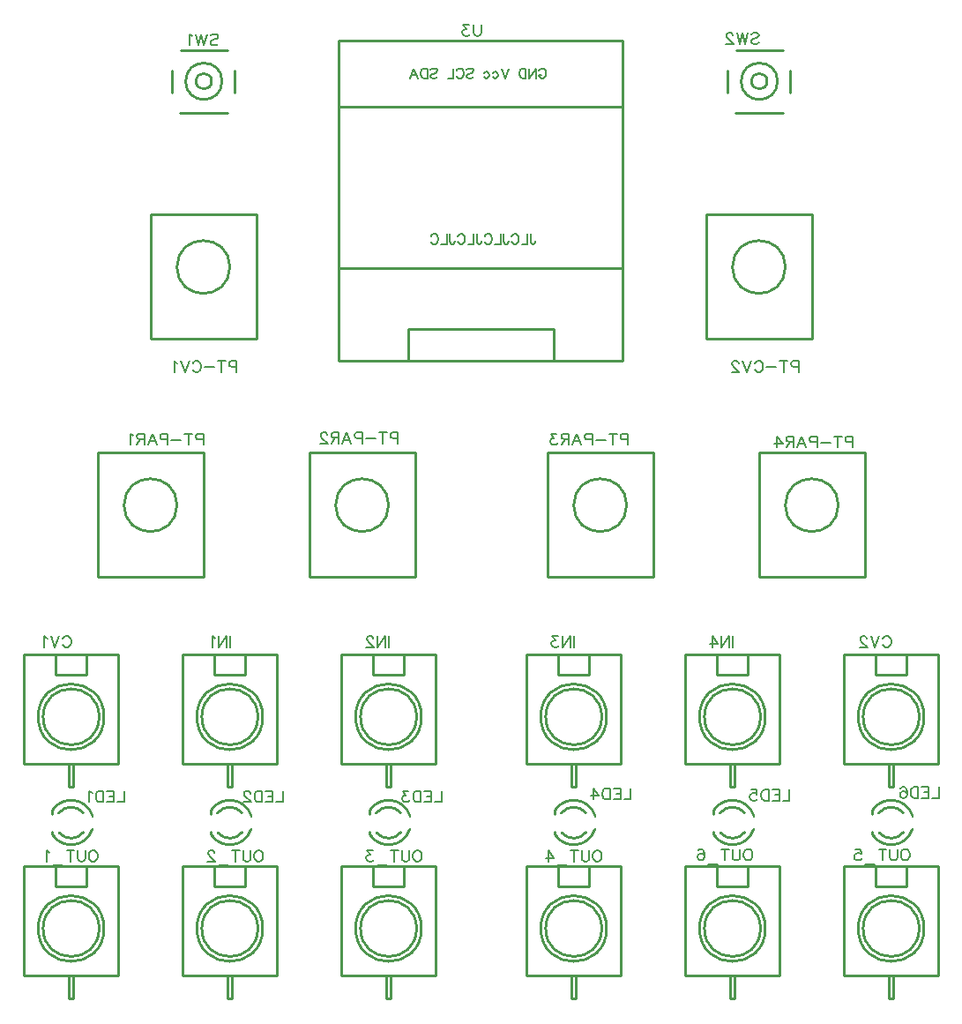
<source format=gbo>
G04 Layer: BottomSilkscreenLayer*
G04 EasyEDA v6.5.14, 2022-08-24 14:40:41*
G04 9da48f2711ed4ad3adc4a7d986b87d78,bf633cf64d8a430dba0ab8f24d4e683d,10*
G04 Gerber Generator version 0.2*
G04 Scale: 100 percent, Rotated: No, Reflected: No *
G04 Dimensions in millimeters *
G04 leading zeros omitted , absolute positions ,4 integer and 5 decimal *
%FSLAX45Y45*%
%MOMM*%

%ADD10C,0.1800*%
%ADD11C,0.1524*%
%ADD12C,0.2032*%
%ADD13C,0.2540*%

%LPD*%
D10*
X4920228Y-2477157D02*
G01*
X4920228Y-2549801D01*
X4924800Y-2563517D01*
X4929372Y-2568089D01*
X4938516Y-2572661D01*
X4947406Y-2572661D01*
X4956550Y-2568089D01*
X4961122Y-2563517D01*
X4965694Y-2549801D01*
X4965694Y-2540911D01*
X4890256Y-2477157D02*
G01*
X4890256Y-2572661D01*
X4890256Y-2572661D02*
G01*
X4835646Y-2572661D01*
X4737602Y-2500017D02*
G01*
X4742174Y-2490873D01*
X4751064Y-2481729D01*
X4760208Y-2477157D01*
X4778496Y-2477157D01*
X4787640Y-2481729D01*
X4796530Y-2490873D01*
X4801102Y-2500017D01*
X4805674Y-2513479D01*
X4805674Y-2536339D01*
X4801102Y-2549801D01*
X4796530Y-2558945D01*
X4787640Y-2568089D01*
X4778496Y-2572661D01*
X4760208Y-2572661D01*
X4751064Y-2568089D01*
X4742174Y-2558945D01*
X4737602Y-2549801D01*
X4662164Y-2477157D02*
G01*
X4662164Y-2549801D01*
X4666736Y-2563517D01*
X4671054Y-2568089D01*
X4680198Y-2572661D01*
X4689342Y-2572661D01*
X4698486Y-2568089D01*
X4703058Y-2563517D01*
X4707630Y-2549801D01*
X4707630Y-2540911D01*
X4632192Y-2477157D02*
G01*
X4632192Y-2572661D01*
X4632192Y-2572661D02*
G01*
X4577582Y-2572661D01*
X4479284Y-2500017D02*
G01*
X4483856Y-2490873D01*
X4493000Y-2481729D01*
X4502144Y-2477157D01*
X4520178Y-2477157D01*
X4529322Y-2481729D01*
X4538466Y-2490873D01*
X4543038Y-2500017D01*
X4547610Y-2513479D01*
X4547610Y-2536339D01*
X4543038Y-2549801D01*
X4538466Y-2558945D01*
X4529322Y-2568089D01*
X4520178Y-2572661D01*
X4502144Y-2572661D01*
X4493000Y-2568089D01*
X4483856Y-2558945D01*
X4479284Y-2549801D01*
X4403846Y-2477157D02*
G01*
X4403846Y-2549801D01*
X4408418Y-2563517D01*
X4412990Y-2568089D01*
X4422134Y-2572661D01*
X4431278Y-2572661D01*
X4440168Y-2568089D01*
X4444740Y-2563517D01*
X4449312Y-2549801D01*
X4449312Y-2540911D01*
X4373874Y-2477157D02*
G01*
X4373874Y-2572661D01*
X4373874Y-2572661D02*
G01*
X4319264Y-2572661D01*
X4221220Y-2500017D02*
G01*
X4225792Y-2490873D01*
X4234682Y-2481729D01*
X4243826Y-2477157D01*
X4262114Y-2477157D01*
X4271258Y-2481729D01*
X4280148Y-2490873D01*
X4284720Y-2500017D01*
X4289292Y-2513479D01*
X4289292Y-2536339D01*
X4284720Y-2549801D01*
X4280148Y-2558945D01*
X4271258Y-2568089D01*
X4262114Y-2572661D01*
X4243826Y-2572661D01*
X4234682Y-2568089D01*
X4225792Y-2558945D01*
X4221220Y-2549801D01*
X4145782Y-2477157D02*
G01*
X4145782Y-2549801D01*
X4150354Y-2563517D01*
X4154672Y-2568089D01*
X4163816Y-2572661D01*
X4172960Y-2572661D01*
X4182104Y-2568089D01*
X4186676Y-2563517D01*
X4191248Y-2549801D01*
X4191248Y-2540911D01*
X4115810Y-2477157D02*
G01*
X4115810Y-2572661D01*
X4115810Y-2572661D02*
G01*
X4061200Y-2572661D01*
X3962902Y-2500017D02*
G01*
X3967474Y-2490873D01*
X3976618Y-2481729D01*
X3985762Y-2477157D01*
X4003796Y-2477157D01*
X4012940Y-2481729D01*
X4022084Y-2490873D01*
X4026656Y-2500017D01*
X4031228Y-2513479D01*
X4031228Y-2536339D01*
X4026656Y-2549801D01*
X4022084Y-2558945D01*
X4012940Y-2568089D01*
X4003796Y-2572661D01*
X3985762Y-2572661D01*
X3976618Y-2568089D01*
X3967474Y-2558945D01*
X3962902Y-2549801D01*
D11*
X730757Y-8393684D02*
G01*
X741171Y-8398763D01*
X751586Y-8409178D01*
X756920Y-8419592D01*
X762000Y-8435339D01*
X762000Y-8461247D01*
X756920Y-8476742D01*
X751586Y-8487155D01*
X741171Y-8497570D01*
X730757Y-8502650D01*
X709929Y-8502650D01*
X699770Y-8497570D01*
X689355Y-8487155D01*
X684021Y-8476742D01*
X678942Y-8461247D01*
X678942Y-8435339D01*
X684021Y-8419592D01*
X689355Y-8409178D01*
X699770Y-8398763D01*
X709929Y-8393684D01*
X730757Y-8393684D01*
X644652Y-8393684D02*
G01*
X644652Y-8471662D01*
X639318Y-8487155D01*
X628904Y-8497570D01*
X613410Y-8502650D01*
X602995Y-8502650D01*
X587502Y-8497570D01*
X577087Y-8487155D01*
X571754Y-8471662D01*
X571754Y-8393684D01*
X501142Y-8393684D02*
G01*
X501142Y-8502650D01*
X537463Y-8393684D02*
G01*
X464820Y-8393684D01*
X430529Y-8539226D02*
G01*
X337057Y-8539226D01*
X302768Y-8414512D02*
G01*
X292354Y-8409178D01*
X276860Y-8393684D01*
X276860Y-8502650D01*
X2318258Y-8393684D02*
G01*
X2328672Y-8398763D01*
X2339086Y-8409178D01*
X2344420Y-8419592D01*
X2349500Y-8435339D01*
X2349500Y-8461247D01*
X2344420Y-8476742D01*
X2339086Y-8487155D01*
X2328672Y-8497570D01*
X2318258Y-8502650D01*
X2297429Y-8502650D01*
X2287270Y-8497570D01*
X2276856Y-8487155D01*
X2271522Y-8476742D01*
X2266441Y-8461247D01*
X2266441Y-8435339D01*
X2271522Y-8419592D01*
X2276856Y-8409178D01*
X2287270Y-8398763D01*
X2297429Y-8393684D01*
X2318258Y-8393684D01*
X2232152Y-8393684D02*
G01*
X2232152Y-8471662D01*
X2226818Y-8487155D01*
X2216404Y-8497570D01*
X2200909Y-8502650D01*
X2190495Y-8502650D01*
X2175002Y-8497570D01*
X2164588Y-8487155D01*
X2159254Y-8471662D01*
X2159254Y-8393684D01*
X2088641Y-8393684D02*
G01*
X2088641Y-8502650D01*
X2124963Y-8393684D02*
G01*
X2052320Y-8393684D01*
X2018029Y-8539226D02*
G01*
X1924557Y-8539226D01*
X1884934Y-8419592D02*
G01*
X1884934Y-8414512D01*
X1879854Y-8404097D01*
X1874520Y-8398763D01*
X1864360Y-8393684D01*
X1843531Y-8393684D01*
X1833118Y-8398763D01*
X1827784Y-8404097D01*
X1822704Y-8414512D01*
X1822704Y-8424926D01*
X1827784Y-8435339D01*
X1838197Y-8450834D01*
X1890268Y-8502650D01*
X1817370Y-8502650D01*
X3842258Y-8393684D02*
G01*
X3852672Y-8398763D01*
X3863086Y-8409178D01*
X3868420Y-8419592D01*
X3873500Y-8435339D01*
X3873500Y-8461247D01*
X3868420Y-8476742D01*
X3863086Y-8487155D01*
X3852672Y-8497570D01*
X3842258Y-8502650D01*
X3821429Y-8502650D01*
X3811270Y-8497570D01*
X3800856Y-8487155D01*
X3795522Y-8476742D01*
X3790441Y-8461247D01*
X3790441Y-8435339D01*
X3795522Y-8419592D01*
X3800856Y-8409178D01*
X3811270Y-8398763D01*
X3821429Y-8393684D01*
X3842258Y-8393684D01*
X3756152Y-8393684D02*
G01*
X3756152Y-8471662D01*
X3750818Y-8487155D01*
X3740404Y-8497570D01*
X3724909Y-8502650D01*
X3714495Y-8502650D01*
X3699002Y-8497570D01*
X3688588Y-8487155D01*
X3683254Y-8471662D01*
X3683254Y-8393684D01*
X3612641Y-8393684D02*
G01*
X3612641Y-8502650D01*
X3648963Y-8393684D02*
G01*
X3576320Y-8393684D01*
X3542029Y-8539226D02*
G01*
X3448558Y-8539226D01*
X3403854Y-8393684D02*
G01*
X3346704Y-8393684D01*
X3377945Y-8435339D01*
X3362197Y-8435339D01*
X3351784Y-8440420D01*
X3346704Y-8445500D01*
X3341370Y-8461247D01*
X3341370Y-8471662D01*
X3346704Y-8487155D01*
X3357118Y-8497570D01*
X3372611Y-8502650D01*
X3388359Y-8502650D01*
X3403854Y-8497570D01*
X3408934Y-8492489D01*
X3414268Y-8482076D01*
X5569458Y-8393684D02*
G01*
X5579872Y-8398763D01*
X5590286Y-8409178D01*
X5595620Y-8419592D01*
X5600700Y-8435339D01*
X5600700Y-8461247D01*
X5595620Y-8476742D01*
X5590286Y-8487155D01*
X5579872Y-8497570D01*
X5569458Y-8502650D01*
X5548629Y-8502650D01*
X5538470Y-8497570D01*
X5528056Y-8487155D01*
X5522722Y-8476742D01*
X5517641Y-8461247D01*
X5517641Y-8435339D01*
X5522722Y-8419592D01*
X5528056Y-8409178D01*
X5538470Y-8398763D01*
X5548629Y-8393684D01*
X5569458Y-8393684D01*
X5483352Y-8393684D02*
G01*
X5483352Y-8471662D01*
X5478018Y-8487155D01*
X5467604Y-8497570D01*
X5452109Y-8502650D01*
X5441695Y-8502650D01*
X5426202Y-8497570D01*
X5415788Y-8487155D01*
X5410454Y-8471662D01*
X5410454Y-8393684D01*
X5339841Y-8393684D02*
G01*
X5339841Y-8502650D01*
X5376163Y-8393684D02*
G01*
X5303520Y-8393684D01*
X5269229Y-8539226D02*
G01*
X5175758Y-8539226D01*
X5089397Y-8393684D02*
G01*
X5141468Y-8466328D01*
X5063490Y-8466328D01*
X5089397Y-8393684D02*
G01*
X5089397Y-8502650D01*
X1016000Y-7822184D02*
G01*
X1016000Y-7931150D01*
X1016000Y-7931150D02*
G01*
X953770Y-7931150D01*
X919479Y-7822184D02*
G01*
X919479Y-7931150D01*
X919479Y-7822184D02*
G01*
X851915Y-7822184D01*
X919479Y-7874000D02*
G01*
X877823Y-7874000D01*
X919479Y-7931150D02*
G01*
X851915Y-7931150D01*
X817626Y-7822184D02*
G01*
X817626Y-7931150D01*
X817626Y-7822184D02*
G01*
X781050Y-7822184D01*
X765555Y-7827263D01*
X755142Y-7837678D01*
X750062Y-7848092D01*
X744728Y-7863839D01*
X744728Y-7889747D01*
X750062Y-7905242D01*
X755142Y-7915655D01*
X765555Y-7926070D01*
X781050Y-7931150D01*
X817626Y-7931150D01*
X710437Y-7843012D02*
G01*
X700023Y-7837678D01*
X684529Y-7822184D01*
X684529Y-7931150D01*
X2540000Y-7822184D02*
G01*
X2540000Y-7931150D01*
X2540000Y-7931150D02*
G01*
X2477770Y-7931150D01*
X2443479Y-7822184D02*
G01*
X2443479Y-7931150D01*
X2443479Y-7822184D02*
G01*
X2375915Y-7822184D01*
X2443479Y-7874000D02*
G01*
X2401824Y-7874000D01*
X2443479Y-7931150D02*
G01*
X2375915Y-7931150D01*
X2341625Y-7822184D02*
G01*
X2341625Y-7931150D01*
X2341625Y-7822184D02*
G01*
X2305050Y-7822184D01*
X2289556Y-7827263D01*
X2279141Y-7837678D01*
X2274061Y-7848092D01*
X2268727Y-7863839D01*
X2268727Y-7889747D01*
X2274061Y-7905242D01*
X2279141Y-7915655D01*
X2289556Y-7926070D01*
X2305050Y-7931150D01*
X2341625Y-7931150D01*
X2229358Y-7848092D02*
G01*
X2229358Y-7843012D01*
X2224024Y-7832597D01*
X2218943Y-7827263D01*
X2208529Y-7822184D01*
X2187702Y-7822184D01*
X2177288Y-7827263D01*
X2172208Y-7832597D01*
X2166874Y-7843012D01*
X2166874Y-7853426D01*
X2172208Y-7863839D01*
X2182622Y-7879334D01*
X2234438Y-7931150D01*
X2161793Y-7931150D01*
X4064000Y-7822184D02*
G01*
X4064000Y-7931150D01*
X4064000Y-7931150D02*
G01*
X4001770Y-7931150D01*
X3967479Y-7822184D02*
G01*
X3967479Y-7931150D01*
X3967479Y-7822184D02*
G01*
X3899915Y-7822184D01*
X3967479Y-7874000D02*
G01*
X3925824Y-7874000D01*
X3967479Y-7931150D02*
G01*
X3899915Y-7931150D01*
X3865625Y-7822184D02*
G01*
X3865625Y-7931150D01*
X3865625Y-7822184D02*
G01*
X3829050Y-7822184D01*
X3813556Y-7827263D01*
X3803141Y-7837678D01*
X3798061Y-7848092D01*
X3792727Y-7863839D01*
X3792727Y-7889747D01*
X3798061Y-7905242D01*
X3803141Y-7915655D01*
X3813556Y-7926070D01*
X3829050Y-7931150D01*
X3865625Y-7931150D01*
X3748024Y-7822184D02*
G01*
X3690874Y-7822184D01*
X3722115Y-7863839D01*
X3706622Y-7863839D01*
X3696208Y-7868920D01*
X3690874Y-7874000D01*
X3685793Y-7889747D01*
X3685793Y-7900162D01*
X3690874Y-7915655D01*
X3701288Y-7926070D01*
X3717036Y-7931150D01*
X3732529Y-7931150D01*
X3748024Y-7926070D01*
X3753358Y-7920989D01*
X3758438Y-7910576D01*
X5880100Y-7796784D02*
G01*
X5880100Y-7905750D01*
X5880100Y-7905750D02*
G01*
X5817870Y-7905750D01*
X5783579Y-7796784D02*
G01*
X5783579Y-7905750D01*
X5783579Y-7796784D02*
G01*
X5716015Y-7796784D01*
X5783579Y-7848600D02*
G01*
X5741924Y-7848600D01*
X5783579Y-7905750D02*
G01*
X5716015Y-7905750D01*
X5681725Y-7796784D02*
G01*
X5681725Y-7905750D01*
X5681725Y-7796784D02*
G01*
X5645150Y-7796784D01*
X5629656Y-7801863D01*
X5619241Y-7812278D01*
X5614161Y-7822692D01*
X5608827Y-7838439D01*
X5608827Y-7864347D01*
X5614161Y-7879842D01*
X5619241Y-7890255D01*
X5629656Y-7900670D01*
X5645150Y-7905750D01*
X5681725Y-7905750D01*
X5522722Y-7796784D02*
G01*
X5574538Y-7869428D01*
X5496559Y-7869428D01*
X5522722Y-7796784D02*
G01*
X5522722Y-7905750D01*
X7404100Y-7809484D02*
G01*
X7404100Y-7918450D01*
X7404100Y-7918450D02*
G01*
X7341870Y-7918450D01*
X7307579Y-7809484D02*
G01*
X7307579Y-7918450D01*
X7307579Y-7809484D02*
G01*
X7240015Y-7809484D01*
X7307579Y-7861300D02*
G01*
X7265924Y-7861300D01*
X7307579Y-7918450D02*
G01*
X7240015Y-7918450D01*
X7205725Y-7809484D02*
G01*
X7205725Y-7918450D01*
X7205725Y-7809484D02*
G01*
X7169150Y-7809484D01*
X7153656Y-7814563D01*
X7143241Y-7824978D01*
X7138161Y-7835392D01*
X7132827Y-7851139D01*
X7132827Y-7877047D01*
X7138161Y-7892542D01*
X7143241Y-7902955D01*
X7153656Y-7913370D01*
X7169150Y-7918450D01*
X7205725Y-7918450D01*
X7036308Y-7809484D02*
G01*
X7088124Y-7809484D01*
X7093458Y-7856220D01*
X7088124Y-7851139D01*
X7072629Y-7845805D01*
X7057136Y-7845805D01*
X7041388Y-7851139D01*
X7030974Y-7861300D01*
X7025893Y-7877047D01*
X7025893Y-7887462D01*
X7030974Y-7902955D01*
X7041388Y-7913370D01*
X7057136Y-7918450D01*
X7072629Y-7918450D01*
X7088124Y-7913370D01*
X7093458Y-7908289D01*
X7098538Y-7897876D01*
X8839200Y-7784084D02*
G01*
X8839200Y-7893050D01*
X8839200Y-7893050D02*
G01*
X8776970Y-7893050D01*
X8742679Y-7784084D02*
G01*
X8742679Y-7893050D01*
X8742679Y-7784084D02*
G01*
X8675115Y-7784084D01*
X8742679Y-7835900D02*
G01*
X8701024Y-7835900D01*
X8742679Y-7893050D02*
G01*
X8675115Y-7893050D01*
X8640825Y-7784084D02*
G01*
X8640825Y-7893050D01*
X8640825Y-7784084D02*
G01*
X8604250Y-7784084D01*
X8588756Y-7789163D01*
X8578341Y-7799578D01*
X8573261Y-7809992D01*
X8567927Y-7825739D01*
X8567927Y-7851647D01*
X8573261Y-7867142D01*
X8578341Y-7877555D01*
X8588756Y-7887970D01*
X8604250Y-7893050D01*
X8640825Y-7893050D01*
X8471408Y-7799578D02*
G01*
X8476488Y-7789163D01*
X8492236Y-7784084D01*
X8502650Y-7784084D01*
X8518143Y-7789163D01*
X8528558Y-7804912D01*
X8533638Y-7830820D01*
X8533638Y-7856728D01*
X8528558Y-7877555D01*
X8518143Y-7887970D01*
X8502650Y-7893050D01*
X8497315Y-7893050D01*
X8481822Y-7887970D01*
X8471408Y-7877555D01*
X8466074Y-7862062D01*
X8466074Y-7856728D01*
X8471408Y-7841234D01*
X8481822Y-7830820D01*
X8497315Y-7825739D01*
X8502650Y-7825739D01*
X8518143Y-7830820D01*
X8528558Y-7841234D01*
X8533638Y-7856728D01*
X1778000Y-4393184D02*
G01*
X1778000Y-4502150D01*
X1778000Y-4393184D02*
G01*
X1731263Y-4393184D01*
X1715770Y-4398263D01*
X1710436Y-4403597D01*
X1705355Y-4414012D01*
X1705355Y-4429505D01*
X1710436Y-4439920D01*
X1715770Y-4445000D01*
X1731263Y-4450334D01*
X1778000Y-4450334D01*
X1634489Y-4393184D02*
G01*
X1634489Y-4502150D01*
X1671065Y-4393184D02*
G01*
X1598168Y-4393184D01*
X1563878Y-4455413D02*
G01*
X1470405Y-4455413D01*
X1436115Y-4393184D02*
G01*
X1436115Y-4502150D01*
X1436115Y-4393184D02*
G01*
X1389379Y-4393184D01*
X1373886Y-4398263D01*
X1368552Y-4403597D01*
X1363471Y-4414012D01*
X1363471Y-4429505D01*
X1368552Y-4439920D01*
X1373886Y-4445000D01*
X1389379Y-4450334D01*
X1436115Y-4450334D01*
X1287526Y-4393184D02*
G01*
X1329181Y-4502150D01*
X1287526Y-4393184D02*
G01*
X1245870Y-4502150D01*
X1313434Y-4465828D02*
G01*
X1261618Y-4465828D01*
X1211579Y-4393184D02*
G01*
X1211579Y-4502150D01*
X1211579Y-4393184D02*
G01*
X1164844Y-4393184D01*
X1149350Y-4398263D01*
X1144270Y-4403597D01*
X1138936Y-4414012D01*
X1138936Y-4424426D01*
X1144270Y-4434839D01*
X1149350Y-4439920D01*
X1164844Y-4445000D01*
X1211579Y-4445000D01*
X1175257Y-4445000D02*
G01*
X1138936Y-4502150D01*
X1104645Y-4414012D02*
G01*
X1094231Y-4408678D01*
X1078737Y-4393184D01*
X1078737Y-4502150D01*
X3644900Y-4380484D02*
G01*
X3644900Y-4489450D01*
X3644900Y-4380484D02*
G01*
X3598163Y-4380484D01*
X3582670Y-4385563D01*
X3577336Y-4390897D01*
X3572256Y-4401312D01*
X3572256Y-4416805D01*
X3577336Y-4427220D01*
X3582670Y-4432300D01*
X3598163Y-4437634D01*
X3644900Y-4437634D01*
X3501390Y-4380484D02*
G01*
X3501390Y-4489450D01*
X3537965Y-4380484D02*
G01*
X3465068Y-4380484D01*
X3430777Y-4442713D02*
G01*
X3337306Y-4442713D01*
X3303015Y-4380484D02*
G01*
X3303015Y-4489450D01*
X3303015Y-4380484D02*
G01*
X3256279Y-4380484D01*
X3240786Y-4385563D01*
X3235452Y-4390897D01*
X3230372Y-4401312D01*
X3230372Y-4416805D01*
X3235452Y-4427220D01*
X3240786Y-4432300D01*
X3256279Y-4437634D01*
X3303015Y-4437634D01*
X3154425Y-4380484D02*
G01*
X3196081Y-4489450D01*
X3154425Y-4380484D02*
G01*
X3112770Y-4489450D01*
X3180334Y-4453128D02*
G01*
X3128518Y-4453128D01*
X3078479Y-4380484D02*
G01*
X3078479Y-4489450D01*
X3078479Y-4380484D02*
G01*
X3031743Y-4380484D01*
X3016250Y-4385563D01*
X3011170Y-4390897D01*
X3005836Y-4401312D01*
X3005836Y-4411726D01*
X3011170Y-4422139D01*
X3016250Y-4427220D01*
X3031743Y-4432300D01*
X3078479Y-4432300D01*
X3042158Y-4432300D02*
G01*
X3005836Y-4489450D01*
X2966465Y-4406392D02*
G01*
X2966465Y-4401312D01*
X2961131Y-4390897D01*
X2956052Y-4385563D01*
X2945638Y-4380484D01*
X2924809Y-4380484D01*
X2914395Y-4385563D01*
X2909315Y-4390897D01*
X2903981Y-4401312D01*
X2903981Y-4411726D01*
X2909315Y-4422139D01*
X2919729Y-4437634D01*
X2971545Y-4489450D01*
X2898902Y-4489450D01*
X5854700Y-4393184D02*
G01*
X5854700Y-4502150D01*
X5854700Y-4393184D02*
G01*
X5807963Y-4393184D01*
X5792470Y-4398263D01*
X5787136Y-4403597D01*
X5782056Y-4414012D01*
X5782056Y-4429505D01*
X5787136Y-4439920D01*
X5792470Y-4445000D01*
X5807963Y-4450334D01*
X5854700Y-4450334D01*
X5711190Y-4393184D02*
G01*
X5711190Y-4502150D01*
X5747765Y-4393184D02*
G01*
X5674868Y-4393184D01*
X5640577Y-4455413D02*
G01*
X5547106Y-4455413D01*
X5512815Y-4393184D02*
G01*
X5512815Y-4502150D01*
X5512815Y-4393184D02*
G01*
X5466079Y-4393184D01*
X5450586Y-4398263D01*
X5445252Y-4403597D01*
X5440172Y-4414012D01*
X5440172Y-4429505D01*
X5445252Y-4439920D01*
X5450586Y-4445000D01*
X5466079Y-4450334D01*
X5512815Y-4450334D01*
X5364225Y-4393184D02*
G01*
X5405881Y-4502150D01*
X5364225Y-4393184D02*
G01*
X5322570Y-4502150D01*
X5390134Y-4465828D02*
G01*
X5338318Y-4465828D01*
X5288279Y-4393184D02*
G01*
X5288279Y-4502150D01*
X5288279Y-4393184D02*
G01*
X5241543Y-4393184D01*
X5226050Y-4398263D01*
X5220970Y-4403597D01*
X5215636Y-4414012D01*
X5215636Y-4424426D01*
X5220970Y-4434839D01*
X5226050Y-4439920D01*
X5241543Y-4445000D01*
X5288279Y-4445000D01*
X5251958Y-4445000D02*
G01*
X5215636Y-4502150D01*
X5170931Y-4393184D02*
G01*
X5113781Y-4393184D01*
X5145024Y-4434839D01*
X5129529Y-4434839D01*
X5119115Y-4439920D01*
X5113781Y-4445000D01*
X5108702Y-4460747D01*
X5108702Y-4471162D01*
X5113781Y-4486655D01*
X5124195Y-4497070D01*
X5139690Y-4502150D01*
X5155438Y-4502150D01*
X5170931Y-4497070D01*
X5176265Y-4491989D01*
X5181345Y-4481576D01*
X8013700Y-4418584D02*
G01*
X8013700Y-4527550D01*
X8013700Y-4418584D02*
G01*
X7966963Y-4418584D01*
X7951470Y-4423663D01*
X7946136Y-4428997D01*
X7941056Y-4439412D01*
X7941056Y-4454905D01*
X7946136Y-4465320D01*
X7951470Y-4470400D01*
X7966963Y-4475734D01*
X8013700Y-4475734D01*
X7870190Y-4418584D02*
G01*
X7870190Y-4527550D01*
X7906765Y-4418584D02*
G01*
X7833868Y-4418584D01*
X7799577Y-4480813D02*
G01*
X7706106Y-4480813D01*
X7671815Y-4418584D02*
G01*
X7671815Y-4527550D01*
X7671815Y-4418584D02*
G01*
X7625079Y-4418584D01*
X7609586Y-4423663D01*
X7604252Y-4428997D01*
X7599172Y-4439412D01*
X7599172Y-4454905D01*
X7604252Y-4465320D01*
X7609586Y-4470400D01*
X7625079Y-4475734D01*
X7671815Y-4475734D01*
X7523225Y-4418584D02*
G01*
X7564881Y-4527550D01*
X7523225Y-4418584D02*
G01*
X7481570Y-4527550D01*
X7549134Y-4491228D02*
G01*
X7497318Y-4491228D01*
X7447279Y-4418584D02*
G01*
X7447279Y-4527550D01*
X7447279Y-4418584D02*
G01*
X7400543Y-4418584D01*
X7385050Y-4423663D01*
X7379970Y-4428997D01*
X7374636Y-4439412D01*
X7374636Y-4449826D01*
X7379970Y-4460239D01*
X7385050Y-4465320D01*
X7400543Y-4470400D01*
X7447279Y-4470400D01*
X7410958Y-4470400D02*
G01*
X7374636Y-4527550D01*
X7288529Y-4418584D02*
G01*
X7340345Y-4491228D01*
X7262368Y-4491228D01*
X7288529Y-4418584D02*
G01*
X7288529Y-4527550D01*
X1845055Y-573278D02*
G01*
X1855470Y-562863D01*
X1870963Y-557784D01*
X1891792Y-557784D01*
X1907286Y-562863D01*
X1917700Y-573278D01*
X1917700Y-583692D01*
X1912620Y-594105D01*
X1907286Y-599439D01*
X1896871Y-604520D01*
X1865629Y-614934D01*
X1855470Y-620013D01*
X1850136Y-625347D01*
X1845055Y-635762D01*
X1845055Y-651255D01*
X1855470Y-661670D01*
X1870963Y-666750D01*
X1891792Y-666750D01*
X1907286Y-661670D01*
X1917700Y-651255D01*
X1810765Y-557784D02*
G01*
X1784604Y-666750D01*
X1758695Y-557784D02*
G01*
X1784604Y-666750D01*
X1758695Y-557784D02*
G01*
X1732787Y-666750D01*
X1706879Y-557784D02*
G01*
X1732787Y-666750D01*
X1672589Y-578612D02*
G01*
X1662176Y-573278D01*
X1646428Y-557784D01*
X1646428Y-666750D01*
X7039356Y-560578D02*
G01*
X7049770Y-550163D01*
X7065263Y-545084D01*
X7086091Y-545084D01*
X7101586Y-550163D01*
X7112000Y-560578D01*
X7112000Y-570992D01*
X7106920Y-581405D01*
X7101586Y-586739D01*
X7091172Y-591820D01*
X7059929Y-602234D01*
X7049770Y-607313D01*
X7044436Y-612647D01*
X7039356Y-623062D01*
X7039356Y-638555D01*
X7049770Y-648970D01*
X7065263Y-654050D01*
X7086091Y-654050D01*
X7101586Y-648970D01*
X7112000Y-638555D01*
X7005065Y-545084D02*
G01*
X6978904Y-654050D01*
X6952995Y-545084D02*
G01*
X6978904Y-654050D01*
X6952995Y-545084D02*
G01*
X6927088Y-654050D01*
X6901179Y-545084D02*
G01*
X6927088Y-654050D01*
X6861556Y-570992D02*
G01*
X6861556Y-565912D01*
X6856475Y-555497D01*
X6851141Y-550163D01*
X6840727Y-545084D01*
X6819900Y-545084D01*
X6809740Y-550163D01*
X6804406Y-555497D01*
X6799325Y-565912D01*
X6799325Y-576326D01*
X6804406Y-586739D01*
X6814820Y-602234D01*
X6866890Y-654050D01*
X6793991Y-654050D01*
X430021Y-6362192D02*
G01*
X435355Y-6351778D01*
X445770Y-6341363D01*
X455929Y-6336284D01*
X476757Y-6336284D01*
X487171Y-6341363D01*
X497586Y-6351778D01*
X502920Y-6362192D01*
X508000Y-6377939D01*
X508000Y-6403847D01*
X502920Y-6419342D01*
X497586Y-6429755D01*
X487171Y-6440170D01*
X476757Y-6445250D01*
X455929Y-6445250D01*
X445770Y-6440170D01*
X435355Y-6429755D01*
X430021Y-6419342D01*
X395731Y-6336284D02*
G01*
X354329Y-6445250D01*
X312673Y-6336284D02*
G01*
X354329Y-6445250D01*
X278384Y-6357112D02*
G01*
X267970Y-6351778D01*
X252476Y-6336284D01*
X252476Y-6445250D01*
X8304022Y-6362192D02*
G01*
X8309356Y-6351778D01*
X8319770Y-6341363D01*
X8329929Y-6336284D01*
X8350758Y-6336284D01*
X8361172Y-6341363D01*
X8371586Y-6351778D01*
X8376920Y-6362192D01*
X8382000Y-6377939D01*
X8382000Y-6403847D01*
X8376920Y-6419342D01*
X8371586Y-6429755D01*
X8361172Y-6440170D01*
X8350758Y-6445250D01*
X8329929Y-6445250D01*
X8319770Y-6440170D01*
X8309356Y-6429755D01*
X8304022Y-6419342D01*
X8269731Y-6336284D02*
G01*
X8228329Y-6445250D01*
X8186674Y-6336284D02*
G01*
X8228329Y-6445250D01*
X8147050Y-6362192D02*
G01*
X8147050Y-6357112D01*
X8141970Y-6346697D01*
X8136890Y-6341363D01*
X8126475Y-6336284D01*
X8105647Y-6336284D01*
X8095234Y-6341363D01*
X8089900Y-6346697D01*
X8084820Y-6357112D01*
X8084820Y-6367526D01*
X8089900Y-6377939D01*
X8100313Y-6393434D01*
X8152384Y-6445250D01*
X8079740Y-6445250D01*
X2032000Y-6336284D02*
G01*
X2032000Y-6445250D01*
X1997709Y-6336284D02*
G01*
X1997709Y-6445250D01*
X1997709Y-6336284D02*
G01*
X1925065Y-6445250D01*
X1925065Y-6336284D02*
G01*
X1925065Y-6445250D01*
X1890776Y-6357112D02*
G01*
X1880362Y-6351778D01*
X1864613Y-6336284D01*
X1864613Y-6445250D01*
X3556000Y-6336284D02*
G01*
X3556000Y-6445250D01*
X3521709Y-6336284D02*
G01*
X3521709Y-6445250D01*
X3521709Y-6336284D02*
G01*
X3449065Y-6445250D01*
X3449065Y-6336284D02*
G01*
X3449065Y-6445250D01*
X3409441Y-6362192D02*
G01*
X3409441Y-6357112D01*
X3404361Y-6346697D01*
X3399027Y-6341363D01*
X3388613Y-6336284D01*
X3368040Y-6336284D01*
X3357625Y-6341363D01*
X3352291Y-6346697D01*
X3347211Y-6357112D01*
X3347211Y-6367526D01*
X3352291Y-6377939D01*
X3362706Y-6393434D01*
X3414775Y-6445250D01*
X3341877Y-6445250D01*
X5334000Y-6336284D02*
G01*
X5334000Y-6445250D01*
X5299709Y-6336284D02*
G01*
X5299709Y-6445250D01*
X5299709Y-6336284D02*
G01*
X5227065Y-6445250D01*
X5227065Y-6336284D02*
G01*
X5227065Y-6445250D01*
X5182361Y-6336284D02*
G01*
X5125211Y-6336284D01*
X5156200Y-6377939D01*
X5140706Y-6377939D01*
X5130291Y-6383020D01*
X5125211Y-6388100D01*
X5119877Y-6403847D01*
X5119877Y-6414262D01*
X5125211Y-6429755D01*
X5135625Y-6440170D01*
X5151120Y-6445250D01*
X5166613Y-6445250D01*
X5182361Y-6440170D01*
X5187441Y-6435089D01*
X5192775Y-6424676D01*
X6858000Y-6336284D02*
G01*
X6858000Y-6445250D01*
X6823709Y-6336284D02*
G01*
X6823709Y-6445250D01*
X6823709Y-6336284D02*
G01*
X6751065Y-6445250D01*
X6751065Y-6336284D02*
G01*
X6751065Y-6445250D01*
X6664706Y-6336284D02*
G01*
X6716775Y-6408928D01*
X6638797Y-6408928D01*
X6664706Y-6336284D02*
G01*
X6664706Y-6445250D01*
X8528558Y-8380984D02*
G01*
X8538972Y-8386063D01*
X8549386Y-8396478D01*
X8554720Y-8406892D01*
X8559800Y-8422639D01*
X8559800Y-8448547D01*
X8554720Y-8464042D01*
X8549386Y-8474455D01*
X8538972Y-8484870D01*
X8528558Y-8489950D01*
X8507729Y-8489950D01*
X8497570Y-8484870D01*
X8487156Y-8474455D01*
X8481822Y-8464042D01*
X8476741Y-8448547D01*
X8476741Y-8422639D01*
X8481822Y-8406892D01*
X8487156Y-8396478D01*
X8497570Y-8386063D01*
X8507729Y-8380984D01*
X8528558Y-8380984D01*
X8442452Y-8380984D02*
G01*
X8442452Y-8458962D01*
X8437118Y-8474455D01*
X8426704Y-8484870D01*
X8411209Y-8489950D01*
X8400795Y-8489950D01*
X8385302Y-8484870D01*
X8374888Y-8474455D01*
X8369554Y-8458962D01*
X8369554Y-8380984D01*
X8298941Y-8380984D02*
G01*
X8298941Y-8489950D01*
X8335263Y-8380984D02*
G01*
X8262620Y-8380984D01*
X8228329Y-8526526D02*
G01*
X8134858Y-8526526D01*
X8038084Y-8380984D02*
G01*
X8090154Y-8380984D01*
X8095234Y-8427720D01*
X8090154Y-8422639D01*
X8074659Y-8417305D01*
X8058911Y-8417305D01*
X8043418Y-8422639D01*
X8033004Y-8432800D01*
X8027670Y-8448547D01*
X8027670Y-8458962D01*
X8033004Y-8474455D01*
X8043418Y-8484870D01*
X8058911Y-8489950D01*
X8074659Y-8489950D01*
X8090154Y-8484870D01*
X8095234Y-8479789D01*
X8100568Y-8469376D01*
X7017258Y-8380984D02*
G01*
X7027672Y-8386063D01*
X7038086Y-8396478D01*
X7043420Y-8406892D01*
X7048500Y-8422639D01*
X7048500Y-8448547D01*
X7043420Y-8464042D01*
X7038086Y-8474455D01*
X7027672Y-8484870D01*
X7017258Y-8489950D01*
X6996429Y-8489950D01*
X6986270Y-8484870D01*
X6975856Y-8474455D01*
X6970522Y-8464042D01*
X6965441Y-8448547D01*
X6965441Y-8422639D01*
X6970522Y-8406892D01*
X6975856Y-8396478D01*
X6986270Y-8386063D01*
X6996429Y-8380984D01*
X7017258Y-8380984D01*
X6931152Y-8380984D02*
G01*
X6931152Y-8458962D01*
X6925818Y-8474455D01*
X6915404Y-8484870D01*
X6899909Y-8489950D01*
X6889495Y-8489950D01*
X6874002Y-8484870D01*
X6863588Y-8474455D01*
X6858254Y-8458962D01*
X6858254Y-8380984D01*
X6787641Y-8380984D02*
G01*
X6787641Y-8489950D01*
X6823963Y-8380984D02*
G01*
X6751320Y-8380984D01*
X6717029Y-8526526D02*
G01*
X6623558Y-8526526D01*
X6526784Y-8396478D02*
G01*
X6532118Y-8386063D01*
X6547611Y-8380984D01*
X6558025Y-8380984D01*
X6573520Y-8386063D01*
X6583934Y-8401812D01*
X6589268Y-8427720D01*
X6589268Y-8453628D01*
X6583934Y-8474455D01*
X6573520Y-8484870D01*
X6558025Y-8489950D01*
X6552945Y-8489950D01*
X6537197Y-8484870D01*
X6526784Y-8474455D01*
X6521704Y-8458962D01*
X6521704Y-8453628D01*
X6526784Y-8438134D01*
X6537197Y-8427720D01*
X6552945Y-8422639D01*
X6558025Y-8422639D01*
X6573520Y-8427720D01*
X6583934Y-8438134D01*
X6589268Y-8453628D01*
X2095500Y-3694684D02*
G01*
X2095500Y-3803650D01*
X2095500Y-3694684D02*
G01*
X2048763Y-3694684D01*
X2033270Y-3699763D01*
X2027936Y-3705097D01*
X2022856Y-3715512D01*
X2022856Y-3731005D01*
X2027936Y-3741420D01*
X2033270Y-3746500D01*
X2048763Y-3751834D01*
X2095500Y-3751834D01*
X1951990Y-3694684D02*
G01*
X1951990Y-3803650D01*
X1988565Y-3694684D02*
G01*
X1915668Y-3694684D01*
X1881378Y-3756913D02*
G01*
X1787905Y-3756913D01*
X1675637Y-3720592D02*
G01*
X1680971Y-3710178D01*
X1691386Y-3699763D01*
X1701800Y-3694684D01*
X1722373Y-3694684D01*
X1732787Y-3699763D01*
X1743202Y-3710178D01*
X1748536Y-3720592D01*
X1753615Y-3736339D01*
X1753615Y-3762247D01*
X1748536Y-3777742D01*
X1743202Y-3788155D01*
X1732787Y-3798570D01*
X1722373Y-3803650D01*
X1701800Y-3803650D01*
X1691386Y-3798570D01*
X1680971Y-3788155D01*
X1675637Y-3777742D01*
X1641347Y-3694684D02*
G01*
X1599945Y-3803650D01*
X1558289Y-3694684D02*
G01*
X1599945Y-3803650D01*
X1524000Y-3715512D02*
G01*
X1513586Y-3710178D01*
X1498092Y-3694684D01*
X1498092Y-3803650D01*
X7493000Y-3694684D02*
G01*
X7493000Y-3803650D01*
X7493000Y-3694684D02*
G01*
X7446263Y-3694684D01*
X7430770Y-3699763D01*
X7425436Y-3705097D01*
X7420356Y-3715512D01*
X7420356Y-3731005D01*
X7425436Y-3741420D01*
X7430770Y-3746500D01*
X7446263Y-3751834D01*
X7493000Y-3751834D01*
X7349490Y-3694684D02*
G01*
X7349490Y-3803650D01*
X7386065Y-3694684D02*
G01*
X7313168Y-3694684D01*
X7278877Y-3756913D02*
G01*
X7185406Y-3756913D01*
X7073138Y-3720592D02*
G01*
X7078472Y-3710178D01*
X7088886Y-3699763D01*
X7099300Y-3694684D01*
X7119874Y-3694684D01*
X7130288Y-3699763D01*
X7140702Y-3710178D01*
X7146036Y-3720592D01*
X7151115Y-3736339D01*
X7151115Y-3762247D01*
X7146036Y-3777742D01*
X7140702Y-3788155D01*
X7130288Y-3798570D01*
X7119874Y-3803650D01*
X7099300Y-3803650D01*
X7088886Y-3798570D01*
X7078472Y-3788155D01*
X7073138Y-3777742D01*
X7038847Y-3694684D02*
G01*
X6997445Y-3803650D01*
X6955790Y-3694684D02*
G01*
X6997445Y-3803650D01*
X6916420Y-3720592D02*
G01*
X6916420Y-3715512D01*
X6911086Y-3705097D01*
X6906006Y-3699763D01*
X6895591Y-3694684D01*
X6874763Y-3694684D01*
X6864350Y-3699763D01*
X6859270Y-3705097D01*
X6853936Y-3715512D01*
X6853936Y-3725926D01*
X6859270Y-3736339D01*
X6869429Y-3751834D01*
X6921500Y-3803650D01*
X6848856Y-3803650D01*
X4445000Y-468884D02*
G01*
X4445000Y-546862D01*
X4439920Y-562355D01*
X4429506Y-572770D01*
X4413758Y-577850D01*
X4403343Y-577850D01*
X4387850Y-572770D01*
X4377436Y-562355D01*
X4372356Y-546862D01*
X4372356Y-468884D01*
X4327652Y-468884D02*
G01*
X4270502Y-468884D01*
X4301490Y-510539D01*
X4285995Y-510539D01*
X4275581Y-515620D01*
X4270502Y-520700D01*
X4265168Y-536447D01*
X4265168Y-546862D01*
X4270502Y-562355D01*
X4280915Y-572770D01*
X4296409Y-577850D01*
X4311904Y-577850D01*
X4327652Y-572770D01*
X4332731Y-567689D01*
X4338065Y-557276D01*
D12*
X4999227Y-911857D02*
G01*
X5003545Y-902713D01*
X5012690Y-893569D01*
X5021834Y-888997D01*
X5040122Y-888997D01*
X5049011Y-893569D01*
X5058156Y-902713D01*
X5062727Y-911857D01*
X5067300Y-925319D01*
X5067300Y-948179D01*
X5062727Y-961895D01*
X5058156Y-970785D01*
X5049011Y-979929D01*
X5040122Y-984501D01*
X5021834Y-984501D01*
X5012690Y-979929D01*
X5003545Y-970785D01*
X4999227Y-961895D01*
X4999227Y-948179D01*
X5021834Y-948179D02*
G01*
X4999227Y-948179D01*
X4969002Y-888997D02*
G01*
X4969002Y-984501D01*
X4969002Y-888997D02*
G01*
X4905502Y-984501D01*
X4905502Y-888997D02*
G01*
X4905502Y-984501D01*
X4875529Y-888997D02*
G01*
X4875529Y-984501D01*
X4875529Y-888997D02*
G01*
X4843779Y-888997D01*
X4830063Y-893569D01*
X4820920Y-902713D01*
X4816347Y-911857D01*
X4811775Y-925319D01*
X4811775Y-948179D01*
X4816347Y-961895D01*
X4820920Y-970785D01*
X4830063Y-979929D01*
X4843779Y-984501D01*
X4875529Y-984501D01*
X4711954Y-888997D02*
G01*
X4675377Y-984501D01*
X4639056Y-888997D02*
G01*
X4675377Y-984501D01*
X4554474Y-934463D02*
G01*
X4563618Y-925319D01*
X4572761Y-921001D01*
X4586477Y-921001D01*
X4595368Y-925319D01*
X4604511Y-934463D01*
X4609084Y-948179D01*
X4609084Y-957323D01*
X4604511Y-970785D01*
X4595368Y-979929D01*
X4586477Y-984501D01*
X4572761Y-984501D01*
X4563618Y-979929D01*
X4554474Y-970785D01*
X4470145Y-934463D02*
G01*
X4479036Y-925319D01*
X4488179Y-921001D01*
X4501895Y-921001D01*
X4511040Y-925319D01*
X4519929Y-934463D01*
X4524502Y-948179D01*
X4524502Y-957323D01*
X4519929Y-970785D01*
X4511040Y-979929D01*
X4501895Y-984501D01*
X4488179Y-984501D01*
X4479036Y-979929D01*
X4470145Y-970785D01*
X4306315Y-902713D02*
G01*
X4315459Y-893569D01*
X4329175Y-888997D01*
X4347209Y-888997D01*
X4360925Y-893569D01*
X4370070Y-902713D01*
X4370070Y-911857D01*
X4365497Y-921001D01*
X4360925Y-925319D01*
X4351781Y-929891D01*
X4324604Y-939035D01*
X4315459Y-943607D01*
X4310888Y-948179D01*
X4306315Y-957323D01*
X4306315Y-970785D01*
X4315459Y-979929D01*
X4329175Y-984501D01*
X4347209Y-984501D01*
X4360925Y-979929D01*
X4370070Y-970785D01*
X4208272Y-911857D02*
G01*
X4212843Y-902713D01*
X4221734Y-893569D01*
X4230877Y-888997D01*
X4249165Y-888997D01*
X4258309Y-893569D01*
X4267200Y-902713D01*
X4271772Y-911857D01*
X4276343Y-925319D01*
X4276343Y-948179D01*
X4271772Y-961895D01*
X4267200Y-970785D01*
X4258309Y-979929D01*
X4249165Y-984501D01*
X4230877Y-984501D01*
X4221734Y-979929D01*
X4212843Y-970785D01*
X4208272Y-961895D01*
X4178300Y-888997D02*
G01*
X4178300Y-984501D01*
X4178300Y-984501D02*
G01*
X4123690Y-984501D01*
X3960113Y-902713D02*
G01*
X3969004Y-893569D01*
X3982720Y-888997D01*
X4001008Y-888997D01*
X4014470Y-893569D01*
X4023613Y-902713D01*
X4023613Y-911857D01*
X4019041Y-921001D01*
X4014470Y-925319D01*
X4005579Y-929891D01*
X3978147Y-939035D01*
X3969004Y-943607D01*
X3964686Y-948179D01*
X3960113Y-957323D01*
X3960113Y-970785D01*
X3969004Y-979929D01*
X3982720Y-984501D01*
X4001008Y-984501D01*
X4014470Y-979929D01*
X4023613Y-970785D01*
X3930141Y-888997D02*
G01*
X3930141Y-984501D01*
X3930141Y-888997D02*
G01*
X3898138Y-888997D01*
X3884675Y-893569D01*
X3875531Y-902713D01*
X3870959Y-911857D01*
X3866388Y-925319D01*
X3866388Y-948179D01*
X3870959Y-961895D01*
X3875531Y-970785D01*
X3884675Y-979929D01*
X3898138Y-984501D01*
X3930141Y-984501D01*
X3800093Y-888997D02*
G01*
X3836415Y-984501D01*
X3800093Y-888997D02*
G01*
X3763772Y-984501D01*
X3822700Y-952751D02*
G01*
X3777234Y-952751D01*
D13*
X488007Y-9593999D02*
G01*
X488007Y-9813998D01*
X527992Y-9813998D01*
X527992Y-9593988D01*
X357987Y-8543998D02*
G01*
X357987Y-8744000D01*
X658012Y-8744000D01*
X658012Y-8543998D01*
X957988Y-8543998D02*
G01*
X957988Y-9593988D01*
X527992Y-9593988D01*
X58011Y-9593988D01*
X58011Y-8543998D01*
X357987Y-8543998D01*
X658012Y-8543998D01*
X957988Y-8543998D01*
X2012007Y-9593999D02*
G01*
X2012007Y-9813998D01*
X2051992Y-9813998D01*
X2051992Y-9593988D01*
X1881987Y-8543998D02*
G01*
X1881987Y-8744000D01*
X2182012Y-8744000D01*
X2182012Y-8543998D01*
X2481988Y-8543998D02*
G01*
X2481988Y-9593988D01*
X2051992Y-9593988D01*
X1582011Y-9593988D01*
X1582011Y-8543998D01*
X1881987Y-8543998D01*
X2182012Y-8543998D01*
X2481988Y-8543998D01*
X3536007Y-9593999D02*
G01*
X3536007Y-9813998D01*
X3575992Y-9813998D01*
X3575992Y-9593988D01*
X3405987Y-8543998D02*
G01*
X3405987Y-8744000D01*
X3706012Y-8744000D01*
X3706012Y-8543998D01*
X4005988Y-8543998D02*
G01*
X4005988Y-9593988D01*
X3575992Y-9593988D01*
X3106011Y-9593988D01*
X3106011Y-8543998D01*
X3405987Y-8543998D01*
X3706012Y-8543998D01*
X4005988Y-8543998D01*
X5314007Y-9593999D02*
G01*
X5314007Y-9813998D01*
X5353992Y-9813998D01*
X5353992Y-9593988D01*
X5183987Y-8543998D02*
G01*
X5183987Y-8744000D01*
X5484012Y-8744000D01*
X5484012Y-8543998D01*
X5783988Y-8543998D02*
G01*
X5783988Y-9593988D01*
X5353992Y-9593988D01*
X4884011Y-9593988D01*
X4884011Y-8543998D01*
X5183987Y-8543998D01*
X5484012Y-8543998D01*
X5783988Y-8543998D01*
X327080Y-8211352D02*
G01*
X327459Y-8240816D01*
X324954Y-8013512D02*
G01*
X324954Y-8046064D01*
X1851080Y-8211352D02*
G01*
X1851459Y-8240816D01*
X1848954Y-8013512D02*
G01*
X1848954Y-8046064D01*
X3375080Y-8211352D02*
G01*
X3375459Y-8240816D01*
X3372954Y-8013512D02*
G01*
X3372954Y-8046064D01*
X5153080Y-8211352D02*
G01*
X5153459Y-8240816D01*
X5150954Y-8013512D02*
G01*
X5150954Y-8046064D01*
X6677080Y-8211352D02*
G01*
X6677459Y-8240816D01*
X6674954Y-8013512D02*
G01*
X6674954Y-8046064D01*
X8201080Y-8211352D02*
G01*
X8201459Y-8240816D01*
X8198954Y-8013512D02*
G01*
X8198954Y-8046064D01*
X1778000Y-4572000D02*
G01*
X762000Y-4572000D01*
X762000Y-5765800D01*
X1778000Y-5765800D01*
X1778000Y-4572000D01*
X3810000Y-4572000D02*
G01*
X2794000Y-4572000D01*
X2794000Y-5765800D01*
X3810000Y-5765800D01*
X3810000Y-4572000D01*
X6096000Y-4572000D02*
G01*
X5080000Y-4572000D01*
X5080000Y-5765800D01*
X6096000Y-5765800D01*
X6096000Y-4572000D01*
X8128000Y-4572000D02*
G01*
X7112000Y-4572000D01*
X7112000Y-5765800D01*
X8128000Y-5765800D01*
X8128000Y-4572000D01*
X2005431Y-716000D02*
G01*
X1558000Y-716000D01*
X1478000Y-911552D02*
G01*
X1478000Y-1120447D01*
X2077999Y-911552D02*
G01*
X2077999Y-1120447D01*
X2005431Y-1315999D02*
G01*
X1550568Y-1315999D01*
X7339431Y-716000D02*
G01*
X6892000Y-716000D01*
X6812000Y-911552D02*
G01*
X6812000Y-1120447D01*
X7411999Y-911552D02*
G01*
X7411999Y-1120447D01*
X7339431Y-1315999D02*
G01*
X6884568Y-1315999D01*
X488007Y-7561999D02*
G01*
X488007Y-7781998D01*
X527992Y-7781998D01*
X527992Y-7561988D01*
X357987Y-6511998D02*
G01*
X357987Y-6712000D01*
X658012Y-6712000D01*
X658012Y-6511998D01*
X957988Y-6511998D02*
G01*
X957988Y-7561988D01*
X527992Y-7561988D01*
X58011Y-7561988D01*
X58011Y-6511998D01*
X357987Y-6511998D01*
X658012Y-6511998D01*
X957988Y-6511998D01*
X8362007Y-7561999D02*
G01*
X8362007Y-7781998D01*
X8401992Y-7781998D01*
X8401992Y-7561988D01*
X8231987Y-6511998D02*
G01*
X8231987Y-6712000D01*
X8532012Y-6712000D01*
X8532012Y-6511998D01*
X8831988Y-6511998D02*
G01*
X8831988Y-7561988D01*
X8401992Y-7561988D01*
X7932011Y-7561988D01*
X7932011Y-6511998D01*
X8231987Y-6511998D01*
X8532012Y-6511998D01*
X8831988Y-6511998D01*
X2012007Y-7561999D02*
G01*
X2012007Y-7781998D01*
X2051992Y-7781998D01*
X2051992Y-7561988D01*
X1881987Y-6511998D02*
G01*
X1881987Y-6712000D01*
X2182012Y-6712000D01*
X2182012Y-6511998D01*
X2481988Y-6511998D02*
G01*
X2481988Y-7561988D01*
X2051992Y-7561988D01*
X1582011Y-7561988D01*
X1582011Y-6511998D01*
X1881987Y-6511998D01*
X2182012Y-6511998D01*
X2481988Y-6511998D01*
X3536007Y-7561999D02*
G01*
X3536007Y-7781998D01*
X3575992Y-7781998D01*
X3575992Y-7561988D01*
X3405987Y-6511998D02*
G01*
X3405987Y-6712000D01*
X3706012Y-6712000D01*
X3706012Y-6511998D01*
X4005988Y-6511998D02*
G01*
X4005988Y-7561988D01*
X3575992Y-7561988D01*
X3106011Y-7561988D01*
X3106011Y-6511998D01*
X3405987Y-6511998D01*
X3706012Y-6511998D01*
X4005988Y-6511998D01*
X5314007Y-7561999D02*
G01*
X5314007Y-7781998D01*
X5353992Y-7781998D01*
X5353992Y-7561988D01*
X5183987Y-6511998D02*
G01*
X5183987Y-6712000D01*
X5484012Y-6712000D01*
X5484012Y-6511998D01*
X5783988Y-6511998D02*
G01*
X5783988Y-7561988D01*
X5353992Y-7561988D01*
X4884011Y-7561988D01*
X4884011Y-6511998D01*
X5183987Y-6511998D01*
X5484012Y-6511998D01*
X5783988Y-6511998D01*
X6838007Y-7561999D02*
G01*
X6838007Y-7781998D01*
X6877992Y-7781998D01*
X6877992Y-7561988D01*
X6707987Y-6511998D02*
G01*
X6707987Y-6712000D01*
X7008012Y-6712000D01*
X7008012Y-6511998D01*
X7307988Y-6511998D02*
G01*
X7307988Y-7561988D01*
X6877992Y-7561988D01*
X6408011Y-7561988D01*
X6408011Y-6511998D01*
X6707987Y-6511998D01*
X7008012Y-6511998D01*
X7307988Y-6511998D01*
X8362007Y-9593999D02*
G01*
X8362007Y-9813998D01*
X8401992Y-9813998D01*
X8401992Y-9593988D01*
X8231987Y-8543998D02*
G01*
X8231987Y-8744000D01*
X8532012Y-8744000D01*
X8532012Y-8543998D01*
X8831988Y-8543998D02*
G01*
X8831988Y-9593988D01*
X8401992Y-9593988D01*
X7932011Y-9593988D01*
X7932011Y-8543998D01*
X8231987Y-8543998D01*
X8532012Y-8543998D01*
X8831988Y-8543998D01*
X6838007Y-9593999D02*
G01*
X6838007Y-9813998D01*
X6877992Y-9813998D01*
X6877992Y-9593988D01*
X6707987Y-8543998D02*
G01*
X6707987Y-8744000D01*
X7008012Y-8744000D01*
X7008012Y-8543998D01*
X7307988Y-8543998D02*
G01*
X7307988Y-9593988D01*
X6877992Y-9593988D01*
X6408011Y-9593988D01*
X6408011Y-8543998D01*
X6707987Y-8543998D01*
X7008012Y-8543998D01*
X7307988Y-8543998D01*
X2286000Y-2286000D02*
G01*
X1270000Y-2286000D01*
X1270000Y-3479800D01*
X2286000Y-3479800D01*
X2286000Y-2286000D01*
X7620000Y-2286000D02*
G01*
X6604000Y-2286000D01*
X6604000Y-3479800D01*
X7620000Y-3479800D01*
X7620000Y-2286000D01*
X5803900Y-622300D02*
G01*
X3073908Y-622300D01*
X3073908Y-3692296D01*
X5803900Y-3692296D01*
X5803900Y-622300D01*
X5803900Y-1257300D02*
G01*
X3073400Y-1257300D01*
X3073400Y-2806700D01*
X5803900Y-2806700D01*
X5803900Y-1257300D01*
X5143500Y-3390900D02*
G01*
X3746500Y-3390900D01*
X3746500Y-3695700D01*
X5143500Y-3695700D01*
X5143500Y-3390900D01*
G75*
G01*
X824230Y-9144000D02*
G03*
X824230Y-9144762I-316230J-381D01*
G75*
G01*
X777062Y-9144000D02*
G03*
X777062Y-9144660I-269062J-330D01*
G75*
G01*
X2348230Y-9144000D02*
G03*
X2348230Y-9144762I-316230J-381D01*
G75*
G01*
X2301062Y-9144000D02*
G03*
X2301062Y-9144660I-269062J-330D01*
G75*
G01*
X3872230Y-9144000D02*
G03*
X3872230Y-9144762I-316230J-381D01*
G75*
G01*
X3825062Y-9144000D02*
G03*
X3825062Y-9144660I-269062J-330D01*
G75*
G01*
X5650230Y-9144000D02*
G03*
X5650230Y-9144762I-316230J-381D01*
G75*
G01*
X5603062Y-9144000D02*
G03*
X5603062Y-9144660I-269062J-330D01*
G75*
G01*
X387708Y-8038495D02*
G02*
X622595Y-8031310I120291J-89504D01*
G75*
G01*
X625325Y-8221607D02*
G02*
X393136Y-8224609I-117324J93608D01*
G75*
G01*
X324955Y-8013512D02*
G02*
X714411Y-8064698I183044J-114488D01*
G75*
G01*
X711200Y-8191500D02*
G02*
X327459Y-8240817I-203200J63498D01*
G75*
G01*
X1911708Y-8038495D02*
G02*
X2146595Y-8031310I120291J-89504D01*
G75*
G01*
X2149325Y-8221607D02*
G02*
X1917136Y-8224609I-117324J93608D01*
G75*
G01*
X1848955Y-8013512D02*
G02*
X2238411Y-8064698I183044J-114488D01*
G75*
G01*
X2235200Y-8191500D02*
G02*
X1851459Y-8240817I-203200J63498D01*
G75*
G01*
X3435708Y-8038495D02*
G02*
X3670595Y-8031310I120291J-89504D01*
G75*
G01*
X3673325Y-8221607D02*
G02*
X3441136Y-8224609I-117324J93608D01*
G75*
G01*
X3372955Y-8013512D02*
G02*
X3762411Y-8064698I183044J-114488D01*
G75*
G01*
X3759200Y-8191500D02*
G02*
X3375459Y-8240817I-203200J63498D01*
G75*
G01*
X5213708Y-8038495D02*
G02*
X5448595Y-8031310I120291J-89504D01*
G75*
G01*
X5451325Y-8221607D02*
G02*
X5219136Y-8224609I-117324J93608D01*
G75*
G01*
X5150955Y-8013512D02*
G02*
X5540411Y-8064698I183044J-114488D01*
G75*
G01*
X5537200Y-8191500D02*
G02*
X5153459Y-8240817I-203200J63498D01*
G75*
G01*
X6737708Y-8038495D02*
G02*
X6972595Y-8031310I120291J-89504D01*
G75*
G01*
X6975325Y-8221607D02*
G02*
X6743136Y-8224609I-117324J93608D01*
G75*
G01*
X6674955Y-8013512D02*
G02*
X7064411Y-8064698I183044J-114488D01*
G75*
G01*
X7061200Y-8191500D02*
G02*
X6677459Y-8240817I-203200J63498D01*
G75*
G01*
X8261708Y-8038495D02*
G02*
X8496595Y-8031310I120291J-89504D01*
G75*
G01*
X8499325Y-8221607D02*
G02*
X8267136Y-8224609I-117324J93608D01*
G75*
G01*
X8198955Y-8013512D02*
G02*
X8588411Y-8064698I183044J-114488D01*
G75*
G01*
X8585200Y-8191500D02*
G02*
X8201459Y-8240817I-203200J63498D01*
G75*
G01*
X824230Y-7112000D02*
G03*
X824230Y-7112762I-316230J-381D01*
G75*
G01*
X777062Y-7112000D02*
G03*
X777062Y-7112660I-269062J-330D01*
G75*
G01*
X8698230Y-7112000D02*
G03*
X8698230Y-7112762I-316230J-381D01*
G75*
G01*
X8651062Y-7112000D02*
G03*
X8651062Y-7112660I-269062J-330D01*
G75*
G01*
X2348230Y-7112000D02*
G03*
X2348230Y-7112762I-316230J-381D01*
G75*
G01*
X2301062Y-7112000D02*
G03*
X2301062Y-7112660I-269062J-330D01*
G75*
G01*
X3872230Y-7112000D02*
G03*
X3872230Y-7112762I-316230J-381D01*
G75*
G01*
X3825062Y-7112000D02*
G03*
X3825062Y-7112660I-269062J-330D01*
G75*
G01*
X5650230Y-7112000D02*
G03*
X5650230Y-7112762I-316230J-381D01*
G75*
G01*
X5603062Y-7112000D02*
G03*
X5603062Y-7112660I-269062J-330D01*
G75*
G01*
X7174230Y-7112000D02*
G03*
X7174230Y-7112762I-316230J-381D01*
G75*
G01*
X7127062Y-7112000D02*
G03*
X7127062Y-7112660I-269062J-330D01*
G75*
G01*
X8698230Y-9144000D02*
G03*
X8698230Y-9144762I-316230J-381D01*
G75*
G01*
X8651062Y-9144000D02*
G03*
X8651062Y-9144660I-269062J-330D01*
G75*
G01*
X7174230Y-9144000D02*
G03*
X7174230Y-9144762I-316230J-381D01*
G75*
G01*
X7127062Y-9144000D02*
G03*
X7127062Y-9144660I-269062J-330D01*
G75*
G01
X1524000Y-5080000D02*
G03X1524000Y-5080000I-254000J0D01*
G75*
G01
X3556000Y-5080000D02*
G03X3556000Y-5080000I-254000J0D01*
G75*
G01
X5842000Y-5080000D02*
G03X5842000Y-5080000I-254000J0D01*
G75*
G01
X7874000Y-5080000D02*
G03X7874000Y-5080000I-254000J0D01*
G75*
G01
X1857502Y-1011174D02*
G03X1857502Y-1011174I-74930J0D01*
G75*
G01
X1957578Y-1011174D02*
G03X1957578Y-1011174I-175006J0D01*
G75*
G01
X7191502Y-1011174D02*
G03X7191502Y-1011174I-74930J0D01*
G75*
G01
X7291578Y-1011174D02*
G03X7291578Y-1011174I-175006J0D01*
G75*
G01
X2032000Y-2794000D02*
G03X2032000Y-2794000I-254000J0D01*
G75*
G01
X7366000Y-2794000D02*
G03X7366000Y-2794000I-254000J0D01*
M02*

</source>
